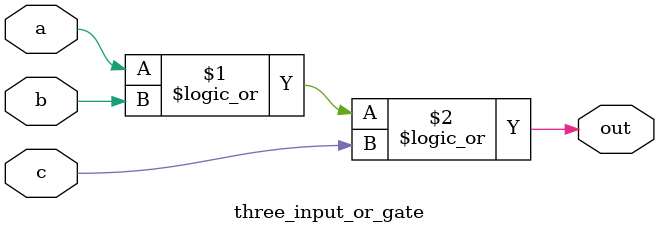
<source format=v>
`timescale 1ns/1ps

module three_input_or_gate(a, b, c, out);
    input a;
    input b;
    input c;
    output out;
    assign out = a||b||c;
endmodule
</source>
